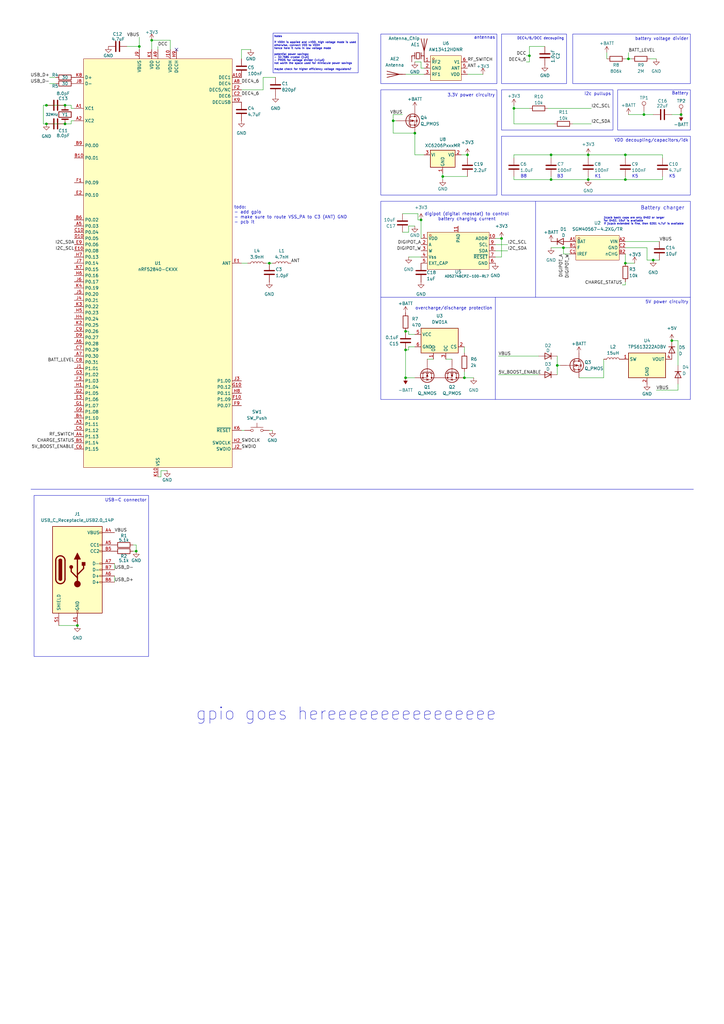
<source format=kicad_sch>
(kicad_sch (version 20250114) (generator "eeschema") (generator_version "9.0")
  (paper "A3" portrait)
  (rectangle (start 205.74 55.88) (end 283.21 80.01))
  (rectangle (start 253.365 36.83) (end 283.21 53.34))
  (rectangle (start 156.21 13.97) (end 203.835 34.29))
  (rectangle (start 156.21 82.55) (end 283.21 163.83))
  (rectangle (start 13.97 203.2) (end 60.96 269.24))
  (rectangle (start 205.74 36.83) (end 251.46 53.34))
  (rectangle (start 234.95 13.97) (end 283.21 34.29))
  (rectangle (start 205.74 13.97) (end 232.41 34.29))
  (rectangle (start 112.014 13.589) (end 146.939 29.845))
  (rectangle (start 156.21 36.83) (end 203.835 80.01))
  (text "VDD decoupling/capacitors/idk" (at 282.448 56.896 0) (effects (font (size 1.27 1.27)) (justify right top)))
  (text "K5" (at 277.114 71.628 0) (effects (font (size 1.27 1.27)) (justify right top)))
  (text "K1" (at 246.634 71.628 0) (effects (font (size 1.27 1.27)) (justify right top)))
  (text "5V power circuitry" (at 282.448 123.19 0) (effects (font (size 1.27 1.27)) (justify right top)))
  (text "DEC4/6/DCC decoupling" (at 231.394 15.24 0) (effects (font (size 1.016 1.016)) (justify right top)))
  (text "Notes\n\nif VDDH is applied and >VDD, high voltage mode is used\notherwise, connect VDD to VDDH\nhence here it runs in low voltage mode\n\npotential power savings:\n- 32.768k crystal (1uA)\n- PMOS for voltage divider (<1uA)\nnot worth the space used for miniscule power savings\n\nmaybe check for higher efficiency voltage regulators?" (at 112.395 14.605 0) (effects (font (size 0.762 0.762)) (justify left top)))
  (text "Battery charger" (at 271.78 85.344 0) (effects (font (size 1.524 1.524))))
  (text "battery voltage divider" (at 282.448 15.24 0) (effects (font (size 1.27 1.27)) (justify right top)))
  (text "Battery" (at 282.448 37.592 0) (effects (font (size 1.27 1.27)) (justify right top)))
  (text "K5" (at 261.874 71.628 0) (effects (font (size 1.27 1.27)) (justify right top)))
  (text "B8" (at 216.154 71.628 0) (effects (font (size 1.27 1.27)) (justify right top)))
  (text "digipot (digital rheostat) to control\nbattery charging current" (at 191.516 88.9 0) (effects (font (size 1.27 1.27))))
  (text "antennas" (at 203.2 14.732 0) (effects (font (size 1.27 1.27)) (justify right top)))
  (text "jlcpcb basic caps are only 0402 or larger\nfor 0402, 10uF is available\nif jlcpcb extended is fine, then 0201 4.7uF is available" (at 247.65 90.678 0) (effects (font (size 0.762 0.762)) (justify left)))
  (text "todo:\n- add gpio\n- make sure to route VSS_PA to C3 (ANT) GND\n- pcb it" (at 96.012 88.138 0) (effects (font (size 1.27 1.27)) (justify left)))
  (text "i2c pullups" (at 250.698 37.846 0) (effects (font (size 1.27 1.27)) (justify right top)))
  (text "USB-C connector" (at 60.198 204.47 0) (effects (font (size 1.27 1.27)) (justify right top)))
  (text "gpio goes hereeeeeeeeeeeeeeee" (at 141.986 292.862 0) (effects (font (size 5.08 5.08))))
  (text "B3" (at 231.14 71.628 0) (effects (font (size 1.27 1.27)) (justify right top)))
  (text "overcharge/discharge protection" (at 186.182 126.492 0) (effects (font (size 1.27 1.27))))
  (text "3.3V power circuitry" (at 193.294 39.116 0) (effects (font (size 1.27 1.27))))
  (junction (at 228.6 149.86))
  (junction (at 166.37 143.51))
  (junction (at 110.49 107.95))
  (junction (at 256.54 107.95))
  (junction (at 166.37 135.89))
  (junction (at 62.23 16.51))
  (junction (at 181.61 72.39))
  (junction (at 264.16 46.99))
  (junction (at 190.5 154.94))
  (junction (at 166.37 154.94))
  (junction (at 26.67 43.18))
  (junction (at 26.67 50.8))
  (junction (at 226.06 73.66))
  (junction (at 205.74 97.79))
  (junction (at 257.81 24.13))
  (junction (at 57.15 19.05))
  (junction (at 31.75 256.54))
  (junction (at 231.14 101.6))
  (junction (at 55.88 226.06))
  (junction (at 172.72 90.17))
  (junction (at 210.82 44.45))
  (junction (at 191.77 63.5))
  (junction (at 256.54 63.5))
  (junction (at 19.05 43.18))
  (junction (at 170.18 54.61))
  (junction (at 279.4 46.99))
  (junction (at 217.17 22.86))
  (junction (at 161.29 49.53))
  (junction (at 256.54 73.66))
  (junction (at 19.05 50.8))
  (junction (at 275.59 139.7))
  (junction (at 241.3 73.66))
  (junction (at 226.06 63.5))
  (junction (at 267.97 106.68))
  (junction (at 241.3 63.5))
  (no_connect (at 72.39 20.32))
  (wire (pts (xy 181.61 72.39) (xy 191.77 72.39)))
  (wire (pts (xy 190.5 142.24) (xy 190.5 144.78)))
  (wire (pts (xy 226.06 63.5) (xy 241.3 63.5)))
  (wire (pts (xy 102.87 20.32) (xy 99.06 20.32)))
  (wire (pts (xy 228.6 153.67) (xy 228.6 149.86)))
  (wire (pts (xy 107.95 36.83) (xy 99.06 36.83)))
  (wire (pts (xy 247.65 154.94) (xy 237.49 154.94)))
  (wire (pts (xy 264.16 46.99) (xy 264.16 45.72)))
  (wire (pts (xy 271.78 73.66) (xy 271.78 72.39)))
  (wire (pts (xy 217.17 19.05) (xy 223.52 19.05)))
  (wire (pts (xy 265.43 106.68) (xy 265.43 101.6)))
  (wire (pts (xy 107.95 31.75) (xy 113.03 31.75)))
  (wire (pts (xy 256.54 72.39) (xy 256.54 73.66)))
  (wire (pts (xy 267.97 106.68) (xy 265.43 106.68)))
  (wire (pts (xy 234.95 50.8) (xy 242.57 50.8)))
  (wire (pts (xy 161.29 49.53) (xy 162.56 49.53)))
  (wire (pts (xy 20.32 34.29) (xy 22.86 34.29)))
  (wire (pts (xy 52.07 19.05) (xy 57.15 19.05)))
  (wire (pts (xy 175.26 147.32) (xy 177.8 147.32)))
  (wire (pts (xy 99.06 107.95) (xy 101.6 107.95)))
  (wire (pts (xy 231.14 104.14) (xy 233.68 104.14)))
  (wire (pts (xy 269.24 24.13) (xy 266.7 24.13)))
  (wire (pts (xy 269.24 160.02) (xy 278.13 160.02)))
  (wire (pts (xy 62.23 16.51) (xy 62.23 20.32)))
  (wire (pts (xy 257.81 21.59) (xy 257.81 24.13)))
  (wire (pts (xy 172.72 90.17) (xy 172.72 97.79)))
  (wire (pts (xy 66.04 195.58) (xy 64.77 195.58)))
  (wire (pts (xy 248.92 21.59) (xy 248.92 24.13)))
  (wire (pts (xy 173.99 63.5) (xy 170.18 63.5)))
  (wire (pts (xy 191.77 30.48) (xy 198.12 30.48)))
  (wire (pts (xy 172.72 25.4) (xy 172.72 27.94)))
  (wire (pts (xy 215.9 22.86) (xy 217.17 22.86)))
  (wire (pts (xy 228.6 149.86) (xy 229.87 149.86)))
  (wire (pts (xy 167.64 105.41) (xy 172.72 105.41)))
  (wire (pts (xy 181.61 72.39) (xy 181.61 71.12)))
  (wire (pts (xy 57.15 15.24) (xy 57.15 19.05)))
  (polyline (pts (xy 219.71 82.55) (xy 219.71 121.92)))
  (wire (pts (xy 109.22 107.95) (xy 110.49 107.95)))
  (wire (pts (xy 167.64 92.71) (xy 167.64 95.25)))
  (wire (pts (xy 226.06 63.5) (xy 226.06 64.77)))
  (wire (pts (xy 231.14 101.6) (xy 233.68 101.6)))
  (wire (pts (xy 99.06 20.32) (xy 99.06 24.13)))
  (wire (pts (xy 170.18 25.4) (xy 172.72 25.4)))
  (wire (pts (xy 29.21 49.53) (xy 29.21 50.8)))
  (wire (pts (xy 224.79 44.45) (xy 242.57 44.45)))
  (polyline (pts (xy 12.7 200.66) (xy 284.48 200.66)))
  (wire (pts (xy 167.64 135.89) (xy 166.37 135.89)))
  (wire (pts (xy 226.06 72.39) (xy 226.06 73.66)))
  (wire (pts (xy 210.82 44.45) (xy 210.82 50.8)))
  (wire (pts (xy 191.77 64.77) (xy 191.77 63.5)))
  (wire (pts (xy 257.81 46.99) (xy 264.16 46.99)))
  (wire (pts (xy 241.3 63.5) (xy 256.54 63.5)))
  (wire (pts (xy 161.29 49.53) (xy 161.29 54.61)))
  (wire (pts (xy 278.13 139.7) (xy 278.13 149.86)))
  (wire (pts (xy 203.2 105.41) (xy 205.74 105.41)))
  (wire (pts (xy 17.78 50.8) (xy 19.05 50.8)))
  (wire (pts (xy 210.82 72.39) (xy 210.82 73.66)))
  (wire (pts (xy 275.59 139.7) (xy 278.13 139.7)))
  (wire (pts (xy 166.37 143.51) (xy 166.37 154.94)))
  (wire (pts (xy 256.54 63.5) (xy 271.78 63.5)))
  (wire (pts (xy 278.13 160.02) (xy 278.13 157.48)))
  (wire (pts (xy 190.5 152.4) (xy 190.5 154.94)))
  (wire (pts (xy 166.37 154.94) (xy 170.18 154.94)))
  (wire (pts (xy 264.16 46.99) (xy 267.97 46.99)))
  (wire (pts (xy 46.99 236.22) (xy 46.99 238.76)))
  (wire (pts (xy 267.97 106.68) (xy 270.51 106.68)))
  (wire (pts (xy 256.54 63.5) (xy 256.54 64.77)))
  (wire (pts (xy 204.47 146.05) (xy 220.98 146.05)))
  (wire (pts (xy 190.5 154.94) (xy 194.31 154.94)))
  (wire (pts (xy 208.28 100.33) (xy 203.2 100.33)))
  (wire (pts (xy 210.82 44.45) (xy 210.82 43.18)))
  (wire (pts (xy 111.76 176.53) (xy 110.49 176.53)))
  (wire (pts (xy 17.78 43.18) (xy 17.78 50.8)))
  (wire (pts (xy 30.48 49.53) (xy 29.21 49.53)))
  (wire (pts (xy 204.47 153.67) (xy 220.98 153.67)))
  (wire (pts (xy 19.05 50.8) (xy 26.67 50.8)))
  (wire (pts (xy 189.23 63.5) (xy 191.77 63.5)))
  (wire (pts (xy 256.54 116.84) (xy 256.54 115.57)))
  (wire (pts (xy 241.3 72.39) (xy 241.3 73.66)))
  (wire (pts (xy 256.54 99.06) (xy 270.51 99.06)))
  (wire (pts (xy 29.21 43.18) (xy 29.21 44.45)))
  (wire (pts (xy 182.88 147.32) (xy 185.42 147.32)))
  (wire (pts (xy 64.77 19.05) (xy 64.77 20.32)))
  (wire (pts (xy 271.78 63.5) (xy 271.78 64.77)))
  (wire (pts (xy 247.65 147.32) (xy 247.65 154.94)))
  (wire (pts (xy 217.17 19.05) (xy 217.17 22.86)))
  (wire (pts (xy 69.85 16.51) (xy 62.23 16.51)))
  (wire (pts (xy 257.81 24.13) (xy 256.54 24.13)))
  (wire (pts (xy 170.18 137.16) (xy 167.64 137.16)))
  (wire (pts (xy 241.3 63.5) (xy 241.3 64.77)))
  (wire (pts (xy 171.45 87.63) (xy 171.45 90.17)))
  (wire (pts (xy 256.54 73.66) (xy 271.78 73.66)))
  (wire (pts (xy 257.81 24.13) (xy 259.08 24.13)))
  (wire (pts (xy 265.43 101.6) (xy 256.54 101.6)))
  (wire (pts (xy 20.32 31.75) (xy 22.86 31.75)))
  (wire (pts (xy 68.58 193.04) (xy 66.04 193.04)))
  (wire (pts (xy 54.61 226.06) (xy 55.88 226.06)))
  (wire (pts (xy 26.67 43.18) (xy 29.21 43.18)))
  (wire (pts (xy 205.74 105.41) (xy 205.74 97.79)))
  (wire (pts (xy 26.67 43.18) (xy 19.05 43.18)))
  (wire (pts (xy 29.21 50.8) (xy 26.67 50.8)))
  (wire (pts (xy 231.14 101.6) (xy 231.14 104.14)))
  (wire (pts (xy 66.04 193.04) (xy 66.04 195.58)))
  (wire (pts (xy 181.61 73.66) (xy 181.61 72.39)))
  (wire (pts (xy 226.06 101.6) (xy 231.14 101.6)))
  (wire (pts (xy 29.21 44.45) (xy 30.48 44.45)))
  (wire (pts (xy 107.95 31.75) (xy 107.95 36.83)))
  (wire (pts (xy 167.64 95.25) (xy 165.1 95.25)))
  (wire (pts (xy 161.29 46.99) (xy 161.29 49.53)))
  (wire (pts (xy 210.82 50.8) (xy 227.33 50.8)))
  (wire (pts (xy 210.82 63.5) (xy 210.82 64.77)))
  (wire (pts (xy 167.64 137.16) (xy 167.64 135.89)))
  (wire (pts (xy 228.6 146.05) (xy 228.6 149.86)))
  (wire (pts (xy 172.72 27.94) (xy 173.99 27.94)))
  (wire (pts (xy 241.3 73.66) (xy 256.54 73.66)))
  (wire (pts (xy 167.64 142.24) (xy 170.18 142.24)))
  (wire (pts (xy 275.59 46.99) (xy 279.4 46.99)))
  (polyline (pts (xy 203.2 121.92) (xy 203.2 163.83)))
  (wire (pts (xy 210.82 44.45) (xy 217.17 44.45)))
  (wire (pts (xy 57.15 19.05) (xy 57.15 20.32)))
  (wire (pts (xy 260.35 107.95) (xy 256.54 107.95)))
  (wire (pts (xy 55.88 223.52) (xy 54.61 223.52)))
  (wire (pts (xy 226.06 73.66) (xy 241.3 73.66)))
  (wire (pts (xy 167.64 143.51) (xy 167.64 142.24)))
  (wire (pts (xy 255.27 116.84) (xy 256.54 116.84)))
  (wire (pts (xy 171.45 90.17) (xy 172.72 90.17)))
  (wire (pts (xy 203.2 97.79) (xy 205.74 97.79)))
  (wire (pts (xy 165.1 87.63) (xy 171.45 87.63)))
  (wire (pts (xy 170.18 63.5) (xy 170.18 54.61)))
  (wire (pts (xy 55.88 223.52) (xy 55.88 226.06)))
  (wire (pts (xy 100.33 176.53) (xy 99.06 176.53)))
  (wire (pts (xy 165.1 46.99) (xy 161.29 46.99)))
  (wire (pts (xy 166.37 30.48) (xy 173.99 30.48)))
  (wire (pts (xy 24.13 256.54) (xy 31.75 256.54)))
  (wire (pts (xy 170.18 92.71) (xy 167.64 92.71)))
  (wire (pts (xy 226.06 63.5) (xy 210.82 63.5)))
  (wire (pts (xy 161.29 54.61) (xy 170.18 54.61)))
  (wire (pts (xy 17.78 43.18) (xy 19.05 43.18)))
  (wire (pts (xy 256.54 104.14) (xy 256.54 107.95)))
  (wire (pts (xy 217.17 22.86) (xy 217.17 25.4)))
  (wire (pts (xy 166.37 143.51) (xy 167.64 143.51)))
  (wire (pts (xy 110.49 107.95) (xy 111.76 107.95)))
  (wire (pts (xy 46.99 231.14) (xy 46.99 233.68)))
  (wire (pts (xy 69.85 16.51) (xy 69.85 20.32)))
  (polyline (pts (xy 156.21 121.92) (xy 283.21 121.92)))
  (wire (pts (xy 210.82 73.66) (xy 226.06 73.66)))
  (wire (pts (xy 215.9 25.4) (xy 217.17 25.4)))
  (wire (pts (xy 208.28 102.87) (xy 203.2 102.87)))
  (label "DEC4_6" (at 99.06 39.37 0))
  (label "I2C_SDA" (at 242.57 50.8 0))
  (label "VBUS" (at 204.47 146.05 0))
  (label "USB_D+" (at 20.32 31.75 180))
  (label "DEC4_6" (at 99.06 34.29 0))
  (label "USB_D+" (at 46.99 238.76 0))
  (label "DIGIPOT_A" (at 231.14 104.14 270))
  (label "CHARGE_STATUS" (at 30.48 181.61 180))
  (label "DCC" (at 64.77 19.05 0))
  (label "VBUS" (at 165.1 46.99 180))
  (label "RF_SWITCH" (at 191.77 25.4 0))
  (label "VBUS" (at 57.15 15.24 180))
  (label "CHARGE_STATUS" (at 255.27 116.84 180))
  (label "DIGIPOT_W" (at 172.72 102.87 180))
  (label "I2C_SCL" (at 208.28 100.33 0))
  (label "DIGIPOT_A" (at 172.72 100.33 180))
  (label "VBUS" (at 270.51 99.06 0))
  (label "VBUS" (at 46.99 218.44 0))
  (label "BATT_LEVEL" (at 257.81 21.59 0))
  (label "5V_BOOST_ENABLE" (at 204.47 153.67 0))
  (label "USB_D-" (at 20.32 34.29 180))
  (label "BATT_LEVEL" (at 30.48 148.59 180))
  (label "I2C_SCL" (at 242.57 44.45 0))
  (label "I2C_SDA" (at 208.28 102.87 0))
  (label "DEC4_6" (at 215.9 25.4 180))
  (label "5V_BOOST_ENABLE" (at 30.48 184.15 180))
  (label "I2C_SCL" (at 30.48 102.87 180))
  (label "RF_SWITCH" (at 30.48 179.07 180))
  (label "I2C_SDA" (at 30.48 100.33 180))
  (label "DIGIPOT_W" (at 233.68 104.14 270))
  (label "ANT" (at 119.38 107.95 0))
  (label "SWDCLK" (at 99.06 181.61 0))
  (label "USB_D-" (at 46.99 233.68 0))
  (label "SWDIO" (at 99.06 184.15 0))
  (label "DCC" (at 215.9 22.86 180))
  (label "VBUS" (at 269.24 160.02 0))
  (label "ANT" (at 191.77 27.94 0))
  (symbol (lib_id "easyeda2kicad:SGM40567-4.2XG_TR") (at 245.11 101.6 0) (unit 1)
    (property "Reference" "U2" (at 245.11 91.44 0))
    (property "Value" "SGM40567-4.2XG/TR" (at 245.11 93.98 0))
    (property "Footprint" "easyeda2kicad:WLCSP-6_L1.2-W0.9-R3-C2-P0.40-TL" (effects (hide yes)))
    (property "LCSC Part" "C5141336" (effects (hide yes)))
  )
  (symbol (lib_id "Device:C") (at 270.51 102.87 0) (unit 1)
    (property "Reference" "C14" (at 273.05 101.6 0) (effects (justify left)))
    (property "Value" "10uF" (at 273.05 104.14 0) (effects (justify left)))
    (property "Description" "Unpolarized capacitor" (effects (hide yes)))
  )
  (symbol (lib_id "Battery_Management:DW01A") (at 180.34 139.7 0) (unit 1)
    (property "Reference" "U3" (at 180.34 129.54 0))
    (property "Value" "DW01A" (at 180.34 132.08 0))
    (property "Footprint" "Package_TO_SOT_SMD:SOT-23-6" (effects (hide yes)))
    (property "Datasheet" "https://hmsemi.com/downfile/DW01A.PDF" (effects (hide yes)))
    (property "Description" "Overcharge, overcurrent and overdischarge protection IC for single cell lithium-ion/polymer battery" (effects (hide yes)))
  )
  (symbol (lib_id "power:GND") (at 31.75 256.54 0) (unit 1)
    (property "Reference" "#PWR07" (effects (hide yes)))
    (property "Value" "GND" (at 31.75 261.62 0))
    (property "Description" "Power symbol creates a global label with name \"GND\" , ground" (effects (hide yes)))
  )
  (symbol (lib_id "power:GND") (at 223.52 26.67 0) (unit 1)
    (property "Reference" "#PWR036" (effects (hide yes)))
    (property "Value" "GND" (at 223.52 30.988 0))
    (property "Description" "Power symbol creates a global label with name \"GND\" , ground" (effects (hide yes)))
  )
  (symbol (lib_id "power:GND") (at 203.2 107.95 0) (unit 1)
    (property "Reference" "#PWR030" (effects (hide yes)))
    (property "Value" "GND" (at 203.2 113.03 0))
    (property "Description" "Power symbol creates a global label with name \"GND\" , ground" (effects (hide yes)))
  )
  (symbol (lib_id "power:GND") (at 44.45 19.05 0) (unit 1)
    (property "Reference" "#PWR010" (effects (hide yes)))
    (property "Value" "GND" (at 44.45 22.86 0))
    (property "Description" "Power symbol creates a global label with name \"GND\" , ground" (effects (hide yes)))
  )
  (symbol (lib_id "Device:R") (at 166.37 132.08 180) (unit 1)
    (property "Reference" "R7" (at 168.91 130.8099 0) (effects (justify right)))
    (property "Value" "470" (at 168.91 133.3499 0) (effects (justify right)))
    (property "Description" "Resistor" (effects (hide yes)))
  )
  (symbol (lib_id "easyeda2kicad:AD5274BCPZ-100-RL7") (at 187.96 102.87 0) (unit 1)
    (property "Reference" "U5" (at 187.96 111.506 0))
    (property "Value" "AD5274BCPZ-100-RL7" (at 191.516 113.284 0) (effects (font (size 1.016 1.016))))
    (property "Footprint" "easyeda2kicad:LFCSP-10_L3.0-W3.0-P0.50-BL-EP" (effects (hide yes)))
    (property "LCSC Part" "C649485" (effects (hide yes)))
  )
  (symbol (lib_id "power:+BATT") (at 237.49 144.78 0) (unit 1)
    (property "Reference" "#PWR014" (effects (hide yes)))
    (property "Value" "+BATT" (at 237.49 140.97 0))
    (property "Description" "Power symbol creates a global label with name \"+BATT\"" (effects (hide yes)))
  )
  (symbol (lib_id "Device:D") (at 275.59 143.51 270) (unit 1)
    (property "Reference" "D5" (at 278.384 142.494 90) (effects (justify left)))
    (property "Value" "D" (at 278.384 145.034 90) (effects (justify left)))
    (property "Description" "Diode" (effects (hide yes)))
    (property "Sim.Device" "D" (effects (hide yes)))
    (property "Sim.Pins" "1=K 2=A" (effects (hide yes)))
  )
  (symbol (lib_id "Device:C") (at 113.03 35.56 0) (unit 1)
    (property "Reference" "C1" (at 115.57 34.29 0) (effects (justify left)))
    (property "Value" "820pF" (at 115.57 36.83 0) (effects (justify left)))
    (property "Description" "Unpolarized capacitor" (effects (hide yes)))
  )
  (symbol (lib_id "power:GND") (at 99.06 49.53 0) (unit 1)
    (property "Reference" "#PWR09" (effects (hide yes)))
    (property "Value" "GND" (at 99.06 54.61 0))
    (property "Description" "Power symbol creates a global label with name \"GND\" , ground" (effects (hide yes)))
  )
  (symbol (lib_id "power:GND") (at 181.61 73.66 0) (unit 1)
    (property "Reference" "#PWR039" (effects (hide yes)))
    (property "Value" "GND" (at 181.61 77.47 0))
    (property "Description" "Power symbol creates a global label with name \"GND\" , ground" (effects (hide yes)))
  )
  (symbol (lib_id "Switch:SW_Push") (at 105.41 176.53 0) (unit 1)
    (property "Reference" "SW1" (at 105.41 168.91 0))
    (property "Value" "SW_Push" (at 105.41 171.45 0))
    (property "Description" "Push button switch, generic, two pins" (effects (hide yes)))
  )
  (symbol (lib_id "Device:C") (at 166.37 139.7 180) (unit 1)
    (property "Reference" "C15" (at 163.576 140.97 0) (effects (justify left)))
    (property "Value" "0.1uF" (at 163.576 138.43 0) (effects (justify left)))
    (property "Description" "Unpolarized capacitor" (effects (hide yes)))
  )
  (symbol (lib_id "Device:R") (at 50.8 223.52 90) (unit 1)
    (property "Reference" "R1" (at 50.8 219.71 90))
    (property "Value" "5.1k" (at 50.8 221.488 90))
    (property "Description" "Resistor" (effects (hide yes)))
  )
  (symbol (lib_id "Device:Antenna_Chip") (at 171.45 22.86 0) (unit 1)
    (property "Reference" "AE1" (at 172.212 18.288 0) (effects (justify right)))
    (property "Value" "Antenna_Chip" (at 172.212 15.748 0) (effects (justify right)))
    (property "Footprint" "RF_Antenna:Johanson_2450AT18x100_2400-2500Mhz" (effects (hide yes)))
    (property "Description" "Ceramic chip antenna with pin for PCB trace" (effects (hide yes)))
  )
  (symbol (lib_id "Device:C") (at 256.54 68.58 0) (unit 1)
    (property "Reference" "C9" (at 259.08 67.31 0) (effects (justify left)))
    (property "Value" "100nF" (at 259.08 69.85 0) (effects (justify left)))
    (property "Description" "Unpolarized capacitor" (effects (hide yes)))
  )
  (symbol (lib_id "power:+BATT") (at 166.37 128.27 0) (unit 1)
    (property "Reference" "#PWR022" (effects (hide yes)))
    (property "Value" "+BATT" (at 166.37 124.46 0))
    (property "Description" "Power symbol creates a global label with name \"+BATT\"" (effects (hide yes)))
  )
  (symbol (lib_id "Device:C") (at 210.82 68.58 0) (unit 1)
    (property "Reference" "C6" (at 213.36 67.31 0) (effects (justify left)))
    (property "Value" "1.0uF" (at 213.36 69.85 0) (effects (justify left)))
    (property "Description" "Unpolarized capacitor" (effects (hide yes)))
  )
  (symbol (lib_id "Device:C") (at 22.86 50.8 90) (unit 1)
    (property "Reference" "C11" (at 25.908 53.594 90))
    (property "Value" "8.0pF" (at 25.908 55.626 90))
    (property "Description" "Unpolarized capacitor" (effects (hide yes)))
  )
  (symbol (lib_id "power:GND") (at 167.64 105.41 0) (unit 1)
    (property "Reference" "#PWR032" (effects (hide yes)))
    (property "Value" "GND" (at 167.64 110.49 0))
    (property "Description" "Power symbol creates a global label with name \"GND\" , ground" (effects (hide yes)))
  )
  (symbol (lib_id "Device:R") (at 50.8 226.06 90) (unit 1)
    (property "Reference" "R2" (at 50.8 228.092 90))
    (property "Value" "5.1k" (at 50.8 229.87 90))
    (property "Description" "Resistor" (effects (hide yes)))
  )
  (symbol (lib_id "Device:R") (at 256.54 111.76 0) (unit 1)
    (property "Reference" "R3" (at 258.064 110.49 0) (effects (justify left)))
    (property "Value" "10k" (at 258.064 113.03 0) (effects (justify left)))
    (property "Description" "Resistor" (effects (hide yes)))
  )
  (symbol (lib_id "power:+3V3") (at 260.35 107.95 0) (unit 1)
    (property "Reference" "#PWR017" (effects (hide yes)))
    (property "Value" "+3V3" (at 260.35 104.394 0))
    (property "Description" "Power symbol creates a global label with name \"+3V3\"" (effects (hide yes)))
  )
  (symbol (lib_id "power:GND") (at 110.49 115.57 0) (unit 1)
    (property "Reference" "#PWR01" (effects (hide yes)))
    (property "Value" "GND" (at 110.49 120.65 0))
    (property "Description" "Power symbol creates a global label with name \"GND\" , ground" (effects (hide yes)))
  )
  (symbol (lib_id "Device:C") (at 271.78 68.58 0) (unit 1)
    (property "Reference" "C10" (at 274.32 67.31 0) (effects (justify left)))
    (property "Value" "4.7uF" (at 274.32 69.85 0) (effects (justify left)))
    (property "Description" "Unpolarized capacitor" (effects (hide yes)))
  )
  (symbol (lib_id "Device:C") (at 271.78 46.99 90) (unit 1)
    (property "Reference" "C16" (at 271.78 41.402 90))
    (property "Value" "22uF" (at 271.78 43.434 90))
    (property "Description" "Unpolarized capacitor" (effects (hide yes)))
  )
  (symbol (lib_id "power:GND") (at 19.05 50.8 0) (unit 1)
    (property "Reference" "#PWR012" (effects (hide yes)))
    (property "Value" "GND" (at 19.05 55.88 0))
    (property "Description" "Power symbol creates a global label with name \"GND\" , ground" (effects (hide yes)))
  )
  (symbol (lib_id "power:+3V3") (at 241.3 63.5 0) (unit 1)
    (property "Reference" "#PWR020" (effects (hide yes)))
    (property "Value" "+3V3" (at 241.3 59.182 0))
    (property "Description" "Power symbol creates a global label with name \"+3V3\"" (effects (hide yes)))
  )
  (symbol (lib_id "power:GND") (at 265.43 157.48 0) (unit 1)
    (property "Reference" "#PWR024" (effects (hide yes)))
    (property "Value" "GND" (at 265.43 161.544 0))
    (property "Description" "Power symbol creates a global label with name \"GND\" , ground" (effects (hide yes)))
  )
  (symbol (lib_id "Device:C") (at 99.06 45.72 0) (unit 1)
    (property "Reference" "C4" (at 101.6 44.45 0) (effects (justify left)))
    (property "Value" "4.7uF" (at 101.6 46.99 0) (effects (justify left)))
    (property "Description" "Unpolarized capacitor" (effects (hide yes)))
  )
  (symbol (lib_id "Device:C") (at 99.06 27.94 0) (unit 1)
    (property "Reference" "C5" (at 101.6 27.686 0) (effects (justify left)))
    (property "Value" "100nF" (at 101.6 30.226 0) (effects (justify left)))
    (property "Description" "Unpolarized capacitor" (effects (hide yes)))
  )
  (symbol (lib_id "power:+3V3") (at 198.12 30.48 0) (unit 1)
    (property "Reference" "#PWR037" (effects (hide yes)))
    (property "Value" "+3V3" (at 198.12 27.178 0))
    (property "Description" "Power symbol creates a global label with name \"+3V3\"" (effects (hide yes)))
  )
  (symbol (lib_id "Device:D") (at 224.79 153.67 180) (unit 1)
    (property "Reference" "D3" (at 224.79 149.352 0))
    (property "Value" "D" (at 224.79 151.384 0))
    (property "Description" "Diode" (effects (hide yes)))
    (property "Sim.Device" "D" (effects (hide yes)))
    (property "Sim.Pins" "1=K 2=A" (effects (hide yes)))
  )
  (symbol (lib_id "power:GND") (at 113.03 39.37 0) (unit 1)
    (property "Reference" "#PWR08" (effects (hide yes)))
    (property "Value" "GND" (at 113.03 44.45 0))
    (property "Description" "Power symbol creates a global label with name \"GND\" , ground" (effects (hide yes)))
  )
  (symbol (lib_id "power:GND") (at 172.72 115.57 0) (unit 1)
    (property "Reference" "#PWR035" (effects (hide yes)))
    (property "Value" "GND" (at 172.72 120.65 0))
    (property "Description" "Power symbol creates a global label with name \"GND\" , ground" (effects (hide yes)))
  )
  (symbol (lib_id "power:+3V3") (at 172.72 90.17 0) (unit 1)
    (property "Reference" "#PWR029" (effects (hide yes)))
    (property "Value" "+3V3" (at 172.72 85.09 0))
    (property "Description" "Power symbol creates a global label with name \"+3V3\"" (effects (hide yes)))
  )
  (symbol (lib_id "Device:L") (at 251.46 147.32 90) (unit 1)
    (property "Reference" "L2" (at 251.46 142.24 90))
    (property "Value" "15uH" (at 251.46 144.78 90))
    (property "Description" "Inductor" (effects (hide yes)))
  )
  (symbol (lib_id "power:GND") (at 68.58 193.04 0) (unit 1)
    (property "Reference" "#PWR03" (effects (hide yes)))
    (property "Value" "GND" (at 68.58 196.85 0))
    (property "Description" "Power symbol creates a global label with name \"GND\" , ground" (effects (hide yes)))
  )
  (symbol (lib_id "Device:C") (at 191.77 68.58 0) (unit 1)
    (property "Reference" "C19" (at 194.31 67.31 0) (effects (justify left)))
    (property "Value" "2.2uF" (at 194.31 69.85 0) (effects (justify left)))
    (property "Description" "Unpolarized capacitor" (effects (hide yes)))
  )
  (symbol (lib_id "Device:Crystal") (at 26.67 46.99 90) (unit 1)
    (property "Reference" "Y1" (at 27.94 46.99 90) (effects (justify left)))
    (property "Value" "32MHz" (at 23.876 46.99 90) (effects (font (size 1.016 1.016)) (justify left)))
    (property "Footprint" "Crystal:Crystal_SMD_2016-4Pin_2.0x1.6mm" (effects (hide yes)))
    (property "Description" "Two pin crystal" (effects (hide yes)))
  )
  (symbol (lib_id "Device:Q_PMOS") (at 185.42 152.4 270) (unit 1)
    (property "Reference" "Q2" (at 185.42 158.75 90))
    (property "Value" "Q_PMOS" (at 185.42 161.29 90))
    (property "Description" "P-MOSFET transistor" (effects (hide yes)))
  )
  (symbol (lib_id "power:GND") (at 241.3 73.66 0) (unit 1)
    (property "Reference" "#PWR013" (effects (hide yes)))
    (property "Value" "GND" (at 241.3 78.232 0))
    (property "Description" "Power symbol creates a global label with name \"GND\" , ground" (effects (hide yes)))
  )
  (symbol (lib_id "power:+BATT") (at 257.81 46.99 0) (unit 1)
    (property "Reference" "#PWR019" (effects (hide yes)))
    (property "Value" "+BATT" (at 257.81 43.18 0))
    (property "Description" "Power symbol creates a global label with name \"+BATT\"" (effects (hide yes)))
  )
  (symbol (lib_id "Device:D") (at 224.79 146.05 180) (unit 1)
    (property "Reference" "D2" (at 224.79 141.732 0))
    (property "Value" "D" (at 224.79 143.764 0))
    (property "Description" "Diode" (effects (hide yes)))
    (property "Sim.Device" "D" (effects (hide yes)))
    (property "Sim.Pins" "1=K 2=A" (effects (hide yes)))
  )
  (symbol (lib_id "power:GND") (at 267.97 106.68 0) (unit 1)
    (property "Reference" "#PWR015" (effects (hide yes)))
    (property "Value" "GND" (at 267.97 111.76 0))
    (property "Description" "Power symbol creates a global label with name \"GND\" , ground" (effects (hide yes)))
  )
  (symbol (lib_id "Device:R") (at 252.73 24.13 90) (unit 1)
    (property "Reference" "R8" (at 252.73 26.67 90))
    (property "Value" "806k" (at 252.73 29.21 90))
    (property "Description" "Resistor" (effects (hide yes)))
  )
  (symbol (lib_id "Device:C") (at 110.49 111.76 180) (unit 1)
    (property "Reference" "C3" (at 113.03 110.49 0) (effects (justify right)))
    (property "Value" "1.0pF" (at 113.03 113.03 0) (effects (justify right)))
    (property "Description" "Unpolarized capacitor" (effects (hide yes)))
  )
  (symbol (lib_id "power:+BATT") (at 226.06 99.06 0) (unit 1)
    (property "Reference" "#PWR023" (effects (hide yes)))
    (property "Value" "+BATT" (at 226.06 95.25 0))
    (property "Description" "Power symbol creates a global label with name \"+BATT\"" (effects (hide yes)))
  )
  (symbol (lib_id "power:+3V3") (at 191.77 63.5 0) (unit 1)
    (property "Reference" "#PWR040" (effects (hide yes)))
    (property "Value" "+3V3" (at 191.77 58.42 0))
    (property "Description" "Power symbol creates a global label with name \"+3V3\"" (effects (hide yes)))
  )
  (symbol (lib_id "power:+5V") (at 275.59 139.7 0) (unit 1)
    (property "Reference" "#PWR025" (effects (hide yes)))
    (property "Value" "+5V" (at 275.59 134.62 0))
    (property "Description" "Power symbol creates a global label with name \"+5V\"" (effects (hide yes)))
  )
  (symbol (lib_id "power:GND") (at 194.31 154.94 0) (unit 1)
    (property "Reference" "#PWR016" (effects (hide yes)))
    (property "Value" "GND" (at 194.31 160.02 0))
    (property "Description" "Power symbol creates a global label with name \"GND\" , ground" (effects (hide yes)))
  )
  (symbol (lib_id "Connector:TestPoint") (at 264.16 45.72 0) (unit 1)
    (property "Reference" "TP1" (at 262.382 40.132 0) (effects (justify left)))
    (property "Value" "TestPoint" (effects (hide yes)))
    (property "Description" "test point" (effects (hide yes)))
  )
  (symbol (lib_id "Connector:USB_C_Receptacle_USB2.0_14P") (at 31.75 233.68 0) (unit 1)
    (property "Reference" "J1" (at 31.75 210.82 0))
    (property "Value" "USB_C_Receptacle_USB2.0_14P" (at 31.75 213.36 0))
    (property "Footprint" "Connector_USB:USB_C_Receptacle_HRO_TYPE-C-31-M-12" (effects (hide yes)))
    (property "Datasheet" "https://www.usb.org/sites/default/files/documents/usb_type-c.zip" (effects (hide yes)))
    (property "Description" "USB 2.0-only 14P Type-C Receptacle connector" (effects (hide yes)))
  )
  (symbol (lib_id "power:GND") (at 111.76 176.53 0) (unit 1)
    (property "Reference" "#PWR04" (effects (hide yes)))
    (property "Value" "GND" (at 111.76 180.594 0))
    (property "Description" "Power symbol creates a global label with name \"GND\" , ground" (effects (hide yes)))
  )
  (symbol (lib_id "Device:C") (at 22.86 43.18 270) (unit 1)
    (property "Reference" "C13" (at 25.908 40.386 90))
    (property "Value" "8.0pF" (at 25.908 38.354 90))
    (property "Description" "Unpolarized capacitor" (effects (hide yes)))
  )
  (symbol (lib_id "Device:R") (at 220.98 44.45 90) (unit 1)
    (property "Reference" "R10" (at 220.98 39.624 90))
    (property "Value" "10k" (at 220.98 42.164 90))
    (property "Description" "Resistor" (effects (hide yes)))
  )
  (symbol (lib_id "Device:Q_PMOS") (at 234.95 149.86 0) (unit 1)
    (property "Reference" "Q3" (at 239.776 148.59 0) (effects (justify left)))
    (property "Value" "Q_PMOS" (at 239.776 151.13 0) (effects (justify left)))
    (property "Description" "P-MOSFET transistor" (effects (hide yes)))
  )
  (symbol (lib_id "Device:C") (at 48.26 19.05 90) (unit 1)
    (property "Reference" "C12" (at 46.228 13.97 90) (effects (justify right)))
    (property "Value" "4.7uF" (at 45.72 16.002 90) (effects (justify right)))
    (property "Description" "Unpolarized capacitor" (effects (hide yes)))
  )
  (symbol (lib_id "Device:D") (at 229.87 99.06 0) (unit 1)
    (property "Reference" "D1" (at 231.14 93.98 0))
    (property "Value" "D" (at 231.14 96.52 0))
    (property "Description" "Diode" (effects (hide yes)))
    (property "Sim.Device" "D" (effects (hide yes)))
    (property "Sim.Pins" "1=K 2=A" (effects (hide yes)))
  )
  (symbol (lib_id "Regulator_Switching:TPS613222ADBV") (at 265.43 149.86 0) (unit 1)
    (property "Reference" "U4" (at 265.43 139.7 0))
    (property "Value" "TPS613222ADBV" (at 265.43 142.24 0))
    (property "Footprint" "Package_TO_SOT_SMD:SOT-23-5" (effects (hide yes)))
    (property "Datasheet" "http://www.ti.com/lit/ds/symlink/tps61322.pdf" (effects (hide yes)))
    (property "Description" "1.8A Step-Up Converter, 5V Output Voltage, 0.9-5.5V Input Voltage, SOT-23-5" (effects (hide yes)))
  )
  (symbol (lib_id "Device:R") (at 190.5 148.59 0) (unit 1)
    (property "Reference" "R6" (at 193.04 147.3199 0) (effects (justify left)))
    (property "Value" "2k" (at 193.04 149.8599 0) (effects (justify left)))
    (property "Description" "Resistor" (effects (hide yes)))
  )
  (symbol (lib_id "power:GND") (at 269.24 24.13 0) (unit 1)
    (property "Reference" "#PWR018" (effects (hide yes)))
    (property "Value" "GND" (at 269.24 29.21 0))
    (property "Description" "Power symbol creates a global label with name \"GND\" , ground" (effects (hide yes)))
  )
  (symbol (lib_id "power:GND") (at 170.18 92.71 0) (unit 1)
    (property "Reference" "#PWR031" (effects (hide yes)))
    (property "Value" "GND" (at 170.18 96.52 0))
    (property "Description" "Power symbol creates a global label with name \"GND\" , ground" (effects (hide yes)))
  )
  (symbol (lib_id "Device:C") (at 241.3 68.58 0) (unit 1)
    (property "Reference" "C8" (at 243.84 67.31 0) (effects (justify left)))
    (property "Value" "100nF" (at 243.84 69.85 0) (effects (justify left)))
    (property "Description" "Unpolarized capacitor" (effects (hide yes)))
  )
  (symbol (lib_id "Device:L") (at 105.41 107.95 90) (unit 1)
    (property "Reference" "L4" (at 105.41 102.87 90))
    (property "Value" "3.9nH" (at 105.41 105.41 90))
    (property "Description" "Inductor" (effects (hide yes)))
  )
  (symbol (lib_id "power:GND") (at 170.18 25.4 0) (unit 1)
    (property "Reference" "#PWR05" (effects (hide yes)))
    (property "Value" "GND" (at 170.18 29.464 0))
    (property "Description" "Power symbol creates a global label with name \"GND\" , ground" (effects (hide yes)))
  )
  (symbol (lib_id "PCM_nordic-lib-kicad-nrf52:nRF52840-CKXX") (at 64.77 107.95 0) (unit 1)
    (property "Reference" "U1" (at 64.77 107.95 0))
    (property "Value" "nRF52840-CKXX" (at 64.77 110.49 0))
    (property "Footprint" "PCM_nordic-lib-kicad-nrf52:BGA-94_10x10_3.544x3.607mm" (effects (hide yes)))
    (property "Datasheet" "https://docs-be.nordicsemi.com/bundle/ps_nrf52840/attach/nRF52840_PS_v1.11.pdf?_LANG=enus" (effects (hide yes)))
    (property "Description" "2.4GHz Bluetooth 5.4 USB NFC SoC, 64MHz Cortex-M4 FPU, CryptoCell, PDM, I2S, QSPI, CSP-94" (effects (hide yes)))
  )
  (symbol (lib_id "Device:R") (at 231.14 50.8 90) (unit 1)
    (property "Reference" "R11" (at 231.14 45.974 90))
    (property "Value" "10k" (at 231.14 48.514 90))
    (property "Description" "Resistor" (effects (hide yes)))
  )
  (symbol (lib_id "Device:Q_PMOS") (at 167.64 49.53 0) (unit 1)
    (property "Reference" "Q4" (at 172.466 48.26 0) (effects (justify left)))
    (property "Value" "Q_PMOS" (at 172.466 50.8 0) (effects (justify left)))
    (property "Description" "P-MOSFET transistor" (effects (hide yes)))
  )
  (symbol (lib_id "power:GND") (at 226.06 101.6 0) (unit 1)
    (property "Reference" "#PWR028" (effects (hide yes)))
    (property "Value" "GND" (at 226.06 106.68 0))
    (property "Description" "Power symbol creates a global label with name \"GND\" , ground" (effects (hide yes)))
  )
  (symbol (lib_id "power:+3V3") (at 205.74 97.79 0) (unit 1)
    (property "Reference" "#PWR033" (effects (hide yes)))
    (property "Value" "+3V3" (at 205.74 92.71 0))
    (property "Description" "Power symbol creates a global label with name \"+3V3\"" (effects (hide yes)))
  )
  (symbol (lib_id "Device:C") (at 172.72 111.76 180) (unit 1)
    (property "Reference" "C18" (at 175.006 111.76 0) (effects (justify right)))
    (property "Value" "1uF" (at 175.006 114.3 0) (effects (justify right)))
    (property "Description" "Unpolarized capacitor" (effects (hide yes)))
  )
  (symbol (lib_id "power:GND") (at 55.88 226.06 0) (unit 1)
    (property "Reference" "#PWR02" (effects (hide yes)))
    (property "Value" "GND" (at 53.848 229.87 0) (effects (justify left)))
    (property "Description" "Power symbol creates a global label with name \"GND\" , ground" (effects (hide yes)))
  )
  (symbol (lib_id "power:-BATT") (at 279.4 46.99 180) (unit 1)
    (property "Reference" "#PWR06" (effects (hide yes)))
    (property "Value" "-BATT" (at 279.4 51.054 0))
    (property "Description" "Power symbol creates a global label with name \"-BATT\"" (effects (hide yes)))
  )
  (symbol (lib_id "Device:Antenna") (at 161.29 30.48 90) (unit 1)
    (property "Reference" "AE2" (at 161.925 24.13 90))
    (property "Value" "Antenna" (at 161.925 26.67 90))
    (property "Description" "Antenna" (effects (hide yes)))
  )
  (symbol (lib_id "Device:C") (at 223.52 22.86 0) (unit 1)
    (property "Reference" "C2" (at 228.854 21.59 90) (effects (justify right)))
    (property "Value" "1.0uF" (at 226.822 20.32 90) (effects (justify right)))
    (property "Description" "Unpolarized capacitor" (effects (hide yes)))
  )
  (symbol (lib_id "Device:R") (at 26.67 31.75 90) (unit 1)
    (property "Reference" "R4" (at 22.606 30.734 90))
    (property "Value" "30" (at 26.67 31.75 90))
    (property "Description" "Resistor" (effects (hide yes)))
  )
  (symbol (lib_id "power:-BATT") (at 166.37 154.94 180) (unit 1)
    (property "Reference" "#PWR027" (effects (hide yes)))
    (property "Value" "-BATT" (at 166.37 160.02 0))
    (property "Description" "Power symbol creates a global label with name \"-BATT\"" (effects (hide yes)))
  )
  (symbol (lib_id "power:+3V3") (at 62.23 16.51 0) (unit 1)
    (property "Reference" "#PWR021" (effects (hide yes)))
    (property "Value" "+3V3" (at 62.23 13.208 0))
    (property "Description" "Power symbol creates a global label with name \"+3V3\"" (effects (hide yes)))
  )
  (symbol (lib_id "easyeda2kicad:AW13412HDNR") (at 182.88 27.94 0) (unit 1)
    (property "Reference" "U6" (at 182.88 17.78 0))
    (property "Value" "AW13412HDNR" (at 182.88 20.32 0))
    (property "Footprint" "easyeda2kicad:TSNP-6_L1.1-W0.7-P0.40-BL" (effects (hide yes)))
    (property "LCSC Part" "C19267604" (effects (hide yes)))
  )
  (symbol (lib_id "Device:R") (at 26.67 34.29 90) (unit 1)
    (property "Reference" "R5" (at 22.606 35.306 90))
    (property "Value" "30" (at 26.67 34.29 90))
    (property "Description" "Resistor" (effects (hide yes)))
  )
  (symbol (lib_id "power:+BATT") (at 170.18 44.45 0) (unit 1)
    (property "Reference" "#PWR038" (effects (hide yes)))
    (property "Value" "+BATT" (at 170.18 40.64 0))
    (property "Description" "Power symbol creates a global label with name \"+BATT\"" (effects (hide yes)))
  )
  (symbol (lib_id "Device:L") (at 115.57 107.95 90) (unit 1)
    (property "Reference" "L1" (at 115.57 102.87 90))
    (property "Value" "4.7nH" (at 115.57 105.41 90))
    (property "Description" "Inductor" (effects (hide yes)))
  )
  (symbol (lib_id "power:GND") (at 102.87 20.32 0) (unit 1)
    (property "Reference" "#PWR011" (effects (hide yes)))
    (property "Value" "GND" (at 102.87 24.13 0))
    (property "Description" "Power symbol creates a global label with name \"GND\" , ground" (effects (hide yes)))
  )
  (symbol (lib_id "Regulator_Linear:XC6206PxxxMR") (at 181.61 63.5 0) (unit 1)
    (property "Reference" "U8" (at 181.61 57.15 0))
    (property "Value" "XC6206PxxxMR" (at 181.61 59.69 0))
    (property "Footprint" "Package_TO_SOT_SMD:SOT-23-3" (effects (hide yes)))
    (property "Datasheet" "https://www.torexsemi.com/file/xc6206/XC6206.pdf" (effects (hide yes)))
    (property "Description" "Positive 60-250mA Low Dropout Regulator, Fixed Output, SOT-23" (effects (hide yes)))
  )
  (symbol (lib_id "Device:C") (at 226.06 68.58 0) (unit 1)
    (property "Reference" "C7" (at 228.6 67.31 0) (effects (justify left)))
    (property "Value" "100nF" (at 228.6 69.85 0) (effects (justify left)))
    (property "Description" "Unpolarized capacitor" (effects (hide yes)))
  )
  (symbol (lib_id "Device:D") (at 278.13 153.67 270) (unit 1)
    (property "Reference" "D4" (at 279.908 150.622 90) (effects (justify left)))
    (property "Value" "D" (at 279.908 153.162 90) (effects (justify left)))
    (property "Description" "Diode" (effects (hide yes)))
    (property "Sim.Device" "D" (effects (hide yes)))
    (property "Sim.Pins" "1=K 2=A" (effects (hide yes)))
  )
  (symbol (lib_id "power:+3V3") (at 210.82 43.18 0) (unit 1)
    (property "Reference" "#PWR034" (effects (hide yes)))
    (property "Value" "+3V3" (at 210.82 39.37 0))
    (property "Description" "Power symbol creates a global label with name \"+3V3\"" (effects (hide yes)))
  )
  (symbol (lib_id "power:+BATT") (at 248.92 21.59 0) (unit 1)
    (property "Reference" "#PWR026" (effects (hide yes)))
    (property "Value" "+BATT" (at 248.92 17.78 0))
    (property "Description" "Power symbol creates a global label with name \"+BATT\"" (effects (hide yes)))
  )
  (symbol (lib_id "Device:R") (at 262.89 24.13 90) (unit 1)
    (property "Reference" "R9" (at 262.89 26.67 90))
    (property "Value" "2M" (at 262.89 29.21 90))
    (property "Description" "Resistor" (effects (hide yes)))
  )
  (symbol (lib_id "Connector:TestPoint") (at 279.4 46.99 0) (unit 1)
    (property "Reference" "TP2" (at 277.622 41.402 0) (effects (justify left)))
    (property "Value" "TestPoint" (effects (hide yes)))
    (property "Description" "test point" (effects (hide yes)))
  )
  (symbol (lib_id "Device:C") (at 165.1 91.44 180) (unit 1)
    (property "Reference" "C17" (at 162.306 92.71 0) (effects (justify left)))
    (property "Value" "10uF" (at 162.306 90.17 0) (effects (justify left)))
    (property "Description" "Unpolarized capacitor" (effects (hide yes)))
  )
  (symbol (lib_id "Device:Q_NMOS") (at 175.26 152.4 270) (unit 1)
    (property "Reference" "Q1" (at 175.26 158.75 90))
    (property "Value" "Q_NMOS" (at 175.26 161.29 90))
    (property "Description" "N-MOSFET transistor" (effects (hide yes)))
  )
)
</source>
